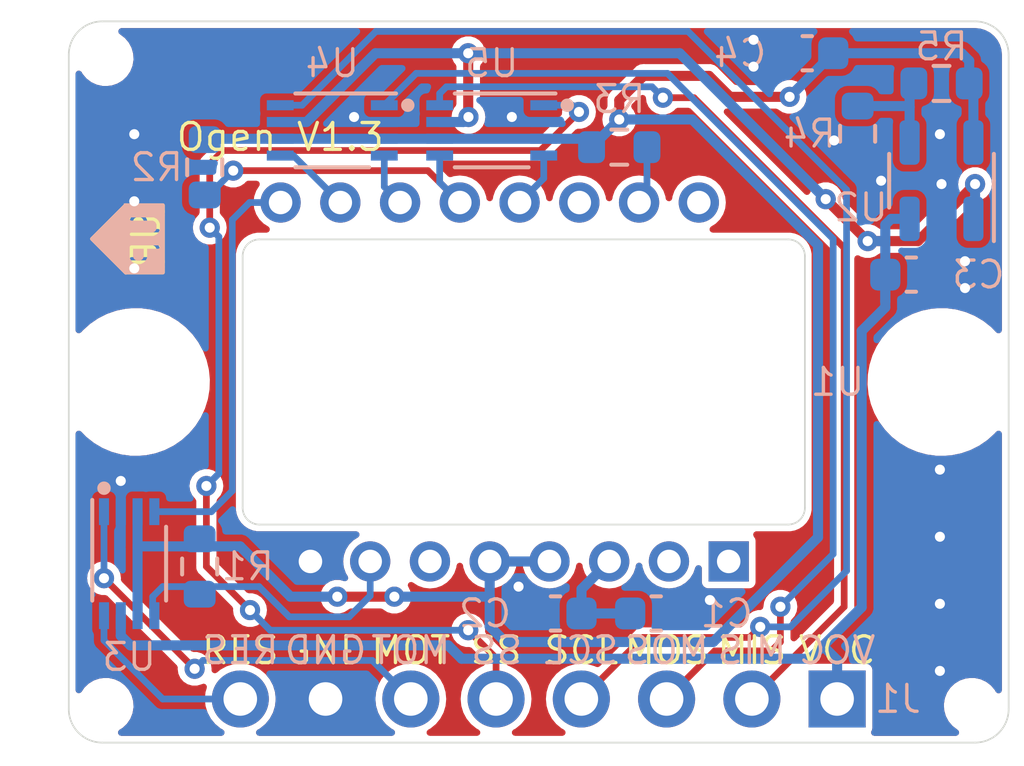
<source format=kicad_pcb>
(kicad_pcb (version 20221018) (generator pcbnew)
  (title_block (title "Ogen PMW3360 Module") (date "2023-08-04") (rev "V1.3") (company "Created by Ariamelon (https://github.com/Ariamelon/Ogen/tree/V1.3)") (comment 1 "Licensed under CC BY 4.0."))
  (layers (0 "F.Cu" signal) (31 "B.Cu" signal) (34 "B.Paste" user) (35 "F.Paste" user) (36 "B.SilkS" user "B.Silkscreen") (37 "F.SilkS" user "F.Silkscreen") (38 "B.Mask" user) (39 "F.Mask" user) (44 "Edge.Cuts" user))
  (net 0 "")
  (net 1 "GND")
  (net 2 "Net-(U1-VDDPIX)")
  (net 3 "VCC")
  (net 4 "NRESET")
  (net 5 "MOT-H")
  (net 6 "SS-H")
  (net 7 "SCLK-H")
  (net 8 "MOSI-H")
  (net 9 "MISO-H")
  (net 10 "MISO")
  (net 11 "MOT")
  (net 12 "SCLK")
  (net 13 "MOSI")
  (net 14 "SS")
  (net 15 "Net-(U1-LED_P)")
  (net 21 "NRESET-H")
  (net 22 "+2V")
  (net 23 "Net-(U2-ADJ)")
  (footprint "Ogen:JLC Tooling Hole" (layer "F.Cu") (at 92.1 55.35)
    (fp_text reference "H3" hide)
    (fp_text value "Tooling Hole" hide)
    (pad "" np_thru_hole circle (at 0 0) (size 1.152 1.152) (drill 1.152) (layers "F&B.Cu" "*.Mask") (clearance 0.074))
  )
  (footprint "Ogen:JLC Tooling Hole" (layer "F.Cu") (at 92.1 74.65)
    (fp_text reference "H4" hide)
    (fp_text value "Tooling Hole" hide)
    (pad "" np_thru_hole circle (at 0 0) (size 1.152 1.152) (drill 1.152) (layers "F&B.Cu" "*.Mask") (clearance 0.074))
  )
  (footprint "Ogen:Ariamelon_Logo-CU" (layer "F.Cu") (at 97.3 55.8)
    (fp_text reference "A1" hide)
    (fp_text value "Art" hide)
  )
  (footprint "Ogen:JLC Tooling Hole" (layer "F.Cu") (at 117.9 74.65)
    (fp_text reference "H5" hide)
    (fp_text value "Tooling Hole" hide)
    (pad "" np_thru_hole circle (at 0 0) (size 1.152 1.152) (drill 1.152) (layers "F&B.Cu" "*.Mask") (clearance 0.074))
  )
  (footprint "Connector_PinHeader_2.54mm:PinHeader_1x08_P2.54mm_Vertical" (layer "B.Cu") (at 105 74.45 90)
    (fp_text reference "J1" (at 0 10.7 unlocked) (layer "B.SilkS") (effects (font (size 0.8 0.8) (thickness 0.1)) (justify mirror)))
    (fp_text value "Input")
    (pad "1" thru_hole rect (at 0 8.89 90) (size 1.7 1.7) (drill 1) (layers "*.Cu" "*.Mask") (net 3 "VCC"))
    (pad "2" thru_hole oval (at 0 6.35 90) (size 1.7 1.7) (drill 1) (layers "*.Cu" "*.Mask") (net 9 "MISO-H"))
    (pad "3" thru_hole oval (at 0 3.81 90) (size 1.7 1.7) (drill 1) (layers "*.Cu" "*.Mask") (net 8 "MOSI-H"))
    (pad "4" thru_hole oval (at 0 1.27 90) (size 1.7 1.7) (drill 1) (layers "*.Cu" "*.Mask") (net 7 "SCLK-H"))
    (pad "5" thru_hole oval (at 0 -1.27 90) (size 1.7 1.7) (drill 1) (layers "*.Cu" "*.Mask") (net 6 "SS-H"))
    (pad "6" thru_hole oval (at 0 -3.81 90) (size 1.7 1.7) (drill 1) (layers "*.Cu" "*.Mask") (net 5 "MOT-H"))
    (pad "7" thru_hole oval (at 0 -6.35 90) (size 1.7 1.7) (drill 1) (layers "*.Cu" "*.Mask") (net 1 "GND"))
    (pad "8" thru_hole oval (at 0 -8.89 90) (size 1.7 1.7) (drill 1) (layers "*.Cu" "*.Mask") (net 21 "NRESET-H"))
  )
  (footprint "Ogen:IC_PMW3360DM-T2QU" (layer "B.Cu") (at 105 65 90)
    (fp_text reference "U1" (at 0 8.9 unlocked) (layer "B.SilkS") (effects (font (size 0.8 0.8) (thickness 0.1)) (justify mirror)))
    (fp_text value "PMW3360DM-T2QU")
    (fp_line (start -4.25 -8.32) (end -4.25 7.43) (stroke (width 0.05)) (layer "Edge.Cuts"))
    (fp_line (start -3.75 -8.82) (end 3.75 -8.82) (stroke (width 0.05)) (layer "Edge.Cuts"))
    (fp_line (start -3.75 7.93) (end 3.75 7.93) (stroke (width 0.05)) (layer "Edge.Cuts"))
    (fp_line (start 4.25 7.43) (end 4.25 -8.32) (stroke (width 0.05)) (layer "Edge.Cuts"))
    (fp_arc (start -4.25 -8.32) (mid -4.103553 -8.673553) (end -3.75 -8.82) (stroke (width 0.05)) (layer "Edge.Cuts"))
    (fp_arc (start -3.75 7.93) (mid -4.103554 7.783554) (end -4.25 7.43) (stroke (width 0.05)) (layer "Edge.Cuts"))
    (fp_arc (start 3.75 -8.82) (mid 4.103553 -8.673553) (end 4.25 -8.32) (stroke (width 0.05)) (layer "Edge.Cuts"))
    (fp_arc (start 4.25 7.43) (mid 4.103553 7.783553) (end 3.75 7.93) (stroke (width 0.05)) (layer "Edge.Cuts"))
    (pad "1" thru_hole rect (at -5.35 5.66 90) (size 1.2 1.2) (drill 0.7) (layers "*.Cu" "*.Mask"))
    (pad "2" thru_hole circle (at -5.35 3.88 90) (size 1.2 1.2) (drill 0.7) (layers "*.Cu" "*.Mask"))
    (pad "3" thru_hole circle (at -5.35 2.1 90) (size 1.2 1.2) (drill 0.7) (layers "*.Cu" "*.Mask") (net 2 "Net-(U1-VDDPIX)"))
    (pad "4" thru_hole circle (at -5.35 0.32 90) (size 1.2 1.2) (drill 0.7) (layers "*.Cu" "*.Mask") (net 22 "+2V"))
    (pad "5" thru_hole circle (at -5.35 -1.46 90) (size 1.2 1.2) (drill 0.7) (layers "*.Cu" "*.Mask") (net 22 "+2V"))
    (pad "6" thru_hole circle (at -5.35 -3.24 90) (size 1.2 1.2) (drill 0.7) (layers "*.Cu" "*.Mask"))
    (pad "7" thru_hole circle (at -5.35 -5.02 90) (size 1.2 1.2) (drill 0.7) (layers "*.Cu" "*.Mask") (net 4 "NRESET"))
    (pad "8" thru_hole circle (at -5.35 -6.8 90) (size 1.2 1.2) (drill 0.7) (layers "*.Cu" "*.Mask") (net 1 "GND"))
    (pad "9" thru_hole circle (at 5.35 -7.69 90) (size 1.2 1.2) (drill 0.7) (layers "*.Cu" "*.Mask") (net 11 "MOT"))
    (pad "10" thru_hole circle (at 5.35 -5.91 90) (size 1.2 1.2) (drill 0.7) (layers "*.Cu" "*.Mask") (net 12 "SCLK"))
    (pad "11" thru_hole circle (at 5.35 -4.13 90) (size 1.2 1.2) (drill 0.7) (layers "*.Cu" "*.Mask") (net 13 "MOSI"))
    (pad "12" thru_hole circle (at 5.35 -2.35 90) (size 1.2 1.2) (drill 0.7) (layers "*.Cu" "*.Mask") (net 10 "MISO"))
    (pad "13" thru_hole circle (at 5.35 -0.57 90) (size 1.2 1.2) (drill 0.7) (layers "*.Cu" "*.Mask") (net 14 "SS"))
    (pad "14" thru_hole circle (at 5.35 1.21 90) (size 1.2 1.2) (drill 0.7) (layers "*.Cu" "*.Mask"))
    (pad "15" thru_hole circle (at 5.35 2.99 90) (size 1.2 1.2) (drill 0.7) (layers "*.Cu" "*.Mask") (net 15 "Net-(U1-LED_P)"))
    (pad "16" thru_hole circle (at 5.35 4.77 90) (size 1.2 1.2) (drill 0.7) (layers "*.Cu" "*.Mask"))
  )
  (footprint "MountingHole:MountingHole_2.2mm_M2" (layer "B.Cu") (at 116.999998 65.000001 90)
    (fp_text reference "H1" hide)
    (fp_text value "M2")
    (pad "" np_thru_hole circle (at 0 0 90) (size 2.2 2.2) (drill 2.2) (layers "*.Cu" "*.Mask"))
  )
  (footprint "MountingHole:MountingHole_2.2mm_M2" (layer "B.Cu") (at 93.000002 64.999999 90)
    (fp_text reference "H2" hide)
    (fp_text value "M2")
    (pad "" np_thru_hole circle (at 0 0 90) (size 2.2 2.2) (drill 2.2) (layers "*.Cu" "*.Mask"))
  )
  (footprint "Ogen:VSSOP-8_2.3x2mm_P0.5mm" (layer "B.Cu") (at 98.85 57.5 180)
    (fp_text reference "U4" (at 0 2 unlocked) (layer "B.SilkS") (effects (font (size 0.8 0.8) (thickness 0.1)) (justify mirror)))
    (fp_text value "TXS0102DCU")
    (fp_line (start 1.1 -1.1) (end -1.1 -1.1) (stroke (width 0.12)) (layer "B.SilkS"))
    (fp_line (start 1.1 1.1) (end -1.9 1.1) (stroke (width 0.12)) (layer "B.SilkS"))
    (fp_circle (center -2.25 0.75) (end -2.15 0.75) (stroke (width 0.2)) (fill none) (layer "B.SilkS"))
    (pad "1" smd rect (at -1.55 0.75 270) (size 0.3 0.8) (layers "B.Cu" "B.Paste" "B.Mask") (net 8 "MOSI-H"))
    (pad "2" smd rect (at -1.55 0.25 270) (size 0.3 0.8) (layers "B.Cu" "B.Paste" "B.Mask") (net 1 "GND"))
    (pad "3" smd rect (at -1.55 -0.25 270) (size 0.3 0.8) (layers "B.Cu" "B.Paste" "B.Mask") (net 22 "+2V"))
    (pad "4" smd rect (at -1.55 -0.75 270) (size 0.3 0.8) (layers "B.Cu" "B.Paste" "B.Mask") (net 13 "MOSI"))
    (pad "5" smd rect (at 1.55 -0.75 270) (size 0.3 0.8) (layers "B.Cu" "B.Paste" "B.Mask") (net 12 "SCLK"))
    (pad "6" smd rect (at 1.55 -0.25 270) (size 0.3 0.8) (layers "B.Cu" "B.Paste" "B.Mask") (net 22 "+2V"))
    (pad "7" smd rect (at 1.55 0.25 270) (size 0.3 0.8) (layers "B.Cu" "B.Paste" "B.Mask") (net 3 "VCC"))
    (pad "8" smd rect (at 1.55 0.75 270) (size 0.3 0.8) (layers "B.Cu" "B.Paste" "B.Mask") (net 7 "SCLK-H"))
  )
  (footprint "Capacitor_SMD:C_0603_1608Metric" (layer "B.Cu") (at 108.5 71.9)
    (fp_text reference "C1" (at 2.1 0 unlocked) (layer "B.SilkS") (effects (font (size 0.8 0.8) (thickness 0.1)) (justify mirror)))
    (fp_text value "4u7")
    (fp_line (start -0.14058 -0.51) (end 0.14058 -0.51) (stroke (width 0.12)) (layer "B.SilkS"))
    (fp_line (start -0.14058 0.51) (end 0.14058 0.51) (stroke (width 0.12)) (layer "B.SilkS"))
    (pad "1" smd roundrect (at -0.775 0) (size 0.9 0.95) (layers "B.Cu" "B.Paste" "B.Mask") (net 2 "Net-(U1-VDDPIX)"))
    (pad "2" smd roundrect (at 0.775 0) (size 0.9 0.95) (layers "B.Cu" "B.Paste" "B.Mask") (net 1 "GND"))
  )
  (footprint "Ogen:VSSOP-8_2.3x2mm_P0.5mm" (layer "B.Cu") (at 92.8 70.416 -90)
    (fp_text reference "U3" (at 2.784 0 unlocked) (layer "B.SilkS") (effects (font (size 0.8 0.8) (thickness 0.1)) (justify mirror)))
    (fp_text value "TXS0102DCU")
    (fp_line (start 1.1 -1.1) (end -1.1 -1.1) (stroke (width 0.12)) (layer "B.SilkS"))
    (fp_line (start 1.1 1.1) (end -1.9 1.1) (stroke (width 0.12)) (layer "B.SilkS"))
    (fp_circle (center -2.25 0.75) (end -2.15 0.75) (stroke (width 0.2)) (fill none) (layer "B.SilkS"))
    (pad "1" smd rect (at -1.55 0.75) (size 0.3 0.8) (layers "B.Cu" "B.Paste" "B.Mask") (net 5 "MOT-H"))
    (pad "2" smd rect (at -1.55 0.25) (size 0.3 0.8) (layers "B.Cu" "B.Paste" "B.Mask") (net 1 "GND"))
    (pad "3" smd rect (at -1.55 -0.25) (size 0.3 0.8) (layers "B.Cu" "B.Paste" "B.Mask") (net 22 "+2V"))
    (pad "4" smd rect (at -1.55 -0.75) (size 0.3 0.8) (layers "B.Cu" "B.Paste" "B.Mask") (net 11 "MOT"))
    (pad "5" smd rect (at 1.55 -0.75) (size 0.3 0.8) (layers "B.Cu" "B.Paste" "B.Mask") (net 4 "NRESET"))
    (pad "6" smd rect (at 1.55 -0.25) (size 0.3 0.8) (layers "B.Cu" "B.Paste" "B.Mask") (net 22 "+2V"))
    (pad "7" smd rect (at 1.55 0.25) (size 0.3 0.8) (layers "B.Cu" "B.Paste" "B.Mask") (net 3 "VCC"))
    (pad "8" smd rect (at 1.55 0.75) (size 0.3 0.8) (layers "B.Cu" "B.Paste" "B.Mask") (net 21 "NRESET-H"))
  )
  (footprint "Capacitor_SMD:C_0603_1608Metric" (layer "B.Cu") (at 116.1 61.8)
    (fp_text reference "C3" (at 2 0 unlocked) (layer "B.SilkS") (effects (font (size 0.8 0.8) (thickness 0.1)) (justify mirror)))
    (fp_text value "1u")
    (fp_line (start -0.14058 -0.51) (end 0.14058 -0.51) (stroke (width 0.12)) (layer "B.SilkS"))
    (fp_line (start -0.14058 0.51) (end 0.14058 0.51) (stroke (width 0.12)) (layer "B.SilkS"))
    (pad "1" smd roundrect (at -0.775 0) (size 0.9 0.95) (layers "B.Cu" "B.Paste" "B.Mask") (net 3 "VCC"))
    (pad "2" smd roundrect (at 0.775 0) (size 0.9 0.95) (layers "B.Cu" "B.Paste" "B.Mask") (net 1 "GND"))
  )
  (footprint "Resistor_SMD:R_0603_1608Metric" (layer "B.Cu") (at 95.05 58.6 -90)
    (fp_text reference "R2" (at 0 1.43 unlocked) (layer "B.SilkS") (effects (font (size 0.8 0.8) (thickness 0.1)) (justify mirror)))
    (fp_text value "10k")
    (fp_line (start -0.237258 -0.5225) (end 0.237258 -0.5225) (stroke (width 0.12)) (layer "B.SilkS"))
    (fp_line (start -0.237258 0.5225) (end 0.237258 0.5225) (stroke (width 0.12)) (layer "B.SilkS"))
    (pad "1" smd roundrect (at -0.825 0 270) (size 0.8 0.95) (layers "B.Cu" "B.Paste" "B.Mask") (net 22 "+2V"))
    (pad "2" smd roundrect (at 0.825 0 270) (size 0.8 0.95) (layers "B.Cu" "B.Paste" "B.Mask") (net 10 "MISO"))
  )
  (footprint "Capacitor_SMD:C_0603_1608Metric" (layer "B.Cu") (at 105.5 71.9)
    (fp_text reference "C2" (at -2.1 0 unlocked) (layer "B.SilkS") (effects (font (size 0.8 0.8) (thickness 0.1)) (justify mirror)))
    (fp_text value "100n")
    (fp_line (start -0.14058 -0.51) (end 0.14058 -0.51) (stroke (width 0.12)) (layer "B.SilkS"))
    (fp_line (start -0.14058 0.51) (end 0.14058 0.51) (stroke (width 0.12)) (layer "B.SilkS"))
    (pad "1" smd roundrect (at -0.775 0) (size 0.9 0.95) (layers "B.Cu" "B.Paste" "B.Mask") (net 1 "GND"))
    (pad "2" smd roundrect (at 0.775 0) (size 0.9 0.95) (layers "B.Cu" "B.Paste" "B.Mask") (net 2 "Net-(U1-VDDPIX)"))
  )
  (footprint "Resistor_SMD:R_0603_1608Metric" (layer "B.Cu") (at 114.5 57.6 -90)
    (fp_text reference "R4" (at 0 1.43 unlocked) (layer "B.SilkS") (effects (font (size 0.8 0.8) (thickness 0.1)) (justify mirror)))
    (fp_text value "10k")
    (fp_line (start -0.237258 -0.5225) (end 0.237258 -0.5225) (stroke (width 0.12)) (layer "B.SilkS"))
    (fp_line (start -0.237258 0.5225) (end 0.237258 0.5225) (stroke (width 0.12)) (layer "B.SilkS"))
    (pad "1" smd roundrect (at -0.825 0 270) (size 0.8 0.95) (layers "B.Cu" "B.Paste" "B.Mask") (net 23 "Net-(U2-ADJ)"))
    (pad "2" smd roundrect (at 0.825 0 270) (size 0.8 0.95) (layers "B.Cu" "B.Paste" "B.Mask") (net 1 "GND"))
  )
  (footprint "Resistor_SMD:R_0603_1608Metric" (layer "B.Cu") (at 107.4 58 180)
    (fp_text reference "R3" (at 0 1.43 unlocked) (layer "B.SilkS") (effects (font (size 0.8 0.8) (thickness 0.1)) (justify mirror)))
    (fp_text value "39")
    (fp_line (start -0.237258 -0.5225) (end 0.237258 -0.5225) (stroke (width 0.12)) (layer "B.SilkS"))
    (fp_line (start -0.237258 0.5225) (end 0.237258 0.5225) (stroke (width 0.12)) (layer "B.SilkS"))
    (pad "1" smd roundrect (at -0.825 0 180) (size 0.8 0.95) (layers "B.Cu" "B.Paste" "B.Mask") (net 15 "Net-(U1-LED_P)"))
    (pad "2" smd roundrect (at 0.825 0 180) (size 0.8 0.95) (layers "B.Cu" "B.Paste" "B.Mask") (net 22 "+2V"))
  )
  (footprint "Package_TO_SOT_SMD:SOT-23-5" (layer "B.Cu") (at 117 59 90)
    (fp_text reference "U2" (at -0.8 -2.4 unlocked) (layer "B.SilkS") (effects (font (size 0.8 0.8) (thickness 0.1)) (justify mirror)))
    (fp_text value "AP2127K-ADJ")
    (fp_line (start 0 -1.56) (end -0.8 -1.56) (stroke (width 0.12)) (layer "B.SilkS"))
    (fp_line (start 0 -1.56) (end 0.8 -1.56) (stroke (width 0.12)) (layer "B.SilkS"))
    (fp_line (start 0 1.56) (end -1.8 1.56) (stroke (width 0.12)) (layer "B.SilkS"))
    (fp_line (start 0 1.56) (end 0.8 1.56) (stroke (width 0.12)) (layer "B.SilkS"))
    (pad "1" smd roundrect (at -1.1375 0.95 90) (size 1.325 0.6) (layers "B.Cu" "B.Paste" "B.Mask") (net 3 "VCC"))
    (pad "2" smd roundrect (at -1.1375 0 90) (size 1.325 0.6) (layers "B.Cu" "B.Paste" "B.Mask") (net 1 "GND"))
    (pad "3" smd roundrect (at -1.1375 -0.95 90) (size 1.325 0.6) (layers "B.Cu" "B.Paste" "B.Mask") (net 3 "VCC"))
    (pad "4" smd roundrect (at 1.1375 -0.95 90) (size 1.325 0.6) (layers "B.Cu" "B.Paste" "B.Mask") (net 23 "Net-(U2-ADJ)"))
    (pad "5" smd roundrect (at 1.1375 0.95 90) (size 1.325 0.6) (layers "B.Cu" "B.Paste" "B.Mask") (net 22 "+2V"))
  )
  (footprint "Ogen:VSSOP-8_2.3x2mm_P0.5mm" (layer "B.Cu") (at 103.6 57.5 180)
    (fp_text reference "U5" (at 0 2 unlocked) (layer "B.SilkS") (effects (font (size 0.8 0.8) (thickness 0.1)) (justify mirror)))
    (fp_text value "TXS0102DCU")
    (fp_line (start 1.1 -1.1) (end -1.1 -1.1) (stroke (width 0.12)) (layer "B.SilkS"))
    (fp_line (start 1.1 1.1) (end -1.9 1.1) (stroke (width 0.12)) (layer "B.SilkS"))
    (fp_circle (center -2.25 0.75) (end -2.15 0.75) (stroke (width 0.2)) (fill none) (layer "B.SilkS"))
    (pad "1" smd rect (at -1.55 0.75 270) (size 0.3 0.8) (layers "B.Cu" "B.Paste" "B.Mask") (net 6 "SS-H"))
    (pad "2" smd rect (at -1.55 0.25 270) (size 0.3 0.8) (layers "B.Cu" "B.Paste" "B.Mask") (net 1 "GND"))
    (pad "3" smd rect (at -1.55 -0.25 270) (size 0.3 0.8) (layers "B.Cu" "B.Paste" "B.Mask") (net 22 "+2V"))
    (pad "4" smd rect (at -1.55 -0.75 270) (size 0.3 0.8) (layers "B.Cu" "B.Paste" "B.Mask") (net 14 "SS"))
    (pad "5" smd rect (at 1.55 -0.75 270) (size 0.3 0.8) (layers "B.Cu" "B.Paste" "B.Mask") (net 10 "MISO"))
    (pad "6" smd rect (at 1.55 -0.25 270) (size 0.3 0.8) (layers "B.Cu" "B.Paste" "B.Mask") (net 22 "+2V"))
    (pad "7" smd rect (at 1.55 0.25 270) (size 0.3 0.8) (layers "B.Cu" "B.Paste" "B.Mask") (net 3 "VCC"))
    (pad "8" smd rect (at 1.55 0.75 270) (size 0.3 0.8) (layers "B.Cu" "B.Paste" "B.Mask") (net 9 "MISO-H"))
  )
  (footprint "Resistor_SMD:R_0603_1608Metric" (layer "B.Cu") (at 117 56.1 180)
    (fp_text reference "R5" (at 0 1.1 unlocked) (layer "B.SilkS") (effects (font (size 0.8 0.8) (thickness 0.1)) (justify mirror)))
    (fp_text value "15k")
    (fp_line (start -0.237258 -0.5225) (end 0.237258 -0.5225) (stroke (width 0.12)) (layer "B.SilkS"))
    (fp_line (start -0.237258 0.5225) (end 0.237258 0.5225) (stroke (width 0.12)) (layer "B.SilkS"))
    (pad "1" smd roundrect (at -0.825 0 180) (size 0.8 0.95) (layers "B.Cu" "B.Paste" "B.Mask") (net 22 "+2V"))
    (pad "2" smd roundrect (at 0.825 0 180) (size 0.8 0.95) (layers "B.Cu" "B.Paste" "B.Mask") (net 23 "Net-(U2-ADJ)"))
  )
  (footprint "Capacitor_SMD:C_0603_1608Metric" (layer "B.Cu") (at 113 55.2 180)
    (fp_text reference "C4" (at 2 0 unlocked) (layer "B.SilkS") (effects (font (size 0.8 0.8) (thickness 0.1)) (justify mirror)))
    (fp_text value "1u")
    (fp_line (start -0.14058 -0.51) (end 0.14058 -0.51) (stroke (width 0.12)) (layer "B.SilkS"))
    (fp_line (start -0.14058 0.51) (end 0.14058 0.51) (stroke (width 0.12)) (layer "B.SilkS"))
    (pad "1" smd roundrect (at -0.775 0 180) (size 0.9 0.95) (layers "B.Cu" "B.Paste" "B.Mask") (net 22 "+2V"))
    (pad "2" smd roundrect (at 0.775 0 180) (size 0.9 0.95) (layers "B.Cu" "B.Paste" "B.Mask") (net 1 "GND"))
  )
  (footprint "Resistor_SMD:R_0603_1608Metric" (layer "B.Cu") (at 94.9 70.5 90)
    (fp_text reference "R1" (at 0 1.43 unlocked) (layer "B.SilkS") (effects (font (size 0.8 0.8) (thickness 0.1)) (justify mirror)))
    (fp_text value "10k")
    (fp_line (start -0.237258 -0.5225) (end 0.237258 -0.5225) (stroke (width 0.12)) (layer "B.SilkS"))
    (fp_line (start -0.237258 0.5225) (end 0.237258 0.5225) (stroke (width 0.12)) (layer "B.SilkS"))
    (pad "1" smd roundrect (at -0.825 0 90) (size 0.8 0.95) (layers "B.Cu" "B.Paste" "B.Mask") (net 4 "NRESET"))
    (pad "2" smd roundrect (at 0.825 0 90) (size 0.8 0.95) (layers "B.Cu" "B.Paste" "B.Mask") (net 22 "+2V"))
  )
  (gr_poly (pts (xy 92.700001 61.733997) (xy 92.700001 59.733997) (xy 91.7 60.733997)) (stroke (width 0.12)) (fill solid) (layer "B.SilkS"))
  (gr_rect (start 92.700001 59.733997) (end 93.800001 60.033997) (stroke (width 0.12)) (fill solid) (layer "B.SilkS"))
  (gr_rect (start 92.700001 61.567997) (end 93.800001 61.733997) (stroke (width 0.12)) (fill solid) (layer "B.SilkS"))
  (gr_poly (pts (xy 92.7 61.733998) (xy 92.699999 59.733998) (xy 91.699998 60.733997)) (stroke (width 0.12)) (fill solid) (layer "B.SilkS"))
  (gr_line (start 93.800001 60.033997) (end 93.800001 61.567997) (stroke (width 0.12)) (layer "B.SilkS"))
  (gr_poly (pts (xy 92.700001 59.733999) (xy 92.700001 61.733999) (xy 91.699999 60.734)) (stroke (width 0.12)) (fill solid) (layer "F.SilkS"))
  (gr_poly (pts (xy 93.8 61.434) (xy 92.7 61.433999) (xy 92.699999 61.734) (xy 93.8 61.734)) (stroke (width 0.12)) (fill solid) (layer "F.SilkS"))
  (gr_poly (pts (xy 93.8 59.734) (xy 92.7 59.734) (xy 92.699999 59.9) (xy 93.8 59.9)) (stroke (width 0.12)) (fill solid) (layer "F.SilkS"))
  (gr_line (start 93.8 59.9) (end 93.8 61.434) (stroke (width 0.12)) (layer "F.SilkS"))
  (gr_poly (pts (xy 92.7 59.734) (xy 92.699999 61.734) (xy 91.699999 60.734)) (stroke (width 0.12)) (fill solid) (layer "F.SilkS"))
  (gr_arc (start 92 75.75) (mid 91.292893 75.457107) (end 91 74.75) (stroke (width 0.05)) (layer "Edge.Cuts"))
  (gr_line (start 92 75.75) (end 118 75.75) (stroke (width 0.05)) (layer "Edge.Cuts"))
  (gr_line (start 119 74.75) (end 119 55.25) (stroke (width 0.05)) (layer "Edge.Cuts"))
  (gr_line (start 118 54.25) (end 92 54.25) (stroke (width 0.05)) (layer "Edge.Cuts"))
  (gr_arc (start 118 54.25) (mid 118.707107 54.542893) (end 119 55.25) (stroke (width 0.05)) (layer "Edge.Cuts"))
  (gr_arc (start 119 74.75) (mid 118.707107 75.457107) (end 118 75.75) (stroke (width 0.05)) (layer "Edge.Cuts"))
  (gr_arc (start 91 55.25) (mid 91.292893 54.542893) (end 92 54.25) (stroke (width 0.05)) (layer "Edge.Cuts"))
  (gr_line (start 91 55.25) (end 91 74.75) (stroke (width 0.05)) (layer "Edge.Cuts"))
  (gr_text "UP" (at 93.300001 60.767997 90) (layer "B.SilkS" knockout) (effects (font (size 0.8 0.8) (thickness 0.1)) (justify mirror)))
  (gr_text "VCC" (at 113.89 73) (layer "B.SilkS") (effects (font (size 0.8 0.8) (thickness 0.1)) (justify mirror)))
  (gr_text "GND" (at 98.65 73) (layer "B.SilkS") (effects (font (size 0.8 0.8) (thickness 0.1)) (justify mirror)))
  (gr_text "SCL" (at 106.27 73) (layer "B.SilkS") (effects (font (size 0.8 0.8) (thickness 0.1)) (justify mirror)))
  (gr_text "RES" (at 96.11 73) (layer "B.SilkS") (effects (font (size 0.8 0.8) (thickness 0.1)) (justify mirror)))
  (gr_text "SS" (at 103.75 73) (layer "B.SilkS") (effects (font (size 0.8 0.8) (thickness 0.1)) (justify mirror)))
  (gr_text "MIS" (at 111.35 73) (layer "B.SilkS") (effects (font (size 0.8 0.8) (thickness 0.1)) (justify mirror)))
  (gr_text "MOS" (at 108.81 73) (layer "B.SilkS") (effects (font (size 0.8 0.8) (thickness 0.1)) (justify mirror)))
  (gr_text "MOT" (at 101.19 73) (layer "B.SilkS") (effects (font (size 0.8 0.8) (thickness 0.1)) (justify mirror)))
  (gr_text "MOT" (at 101.19 73) (layer "F.SilkS") (effects (font (size 0.8 0.8) (thickness 0.1))))
  (gr_text "SCL" (at 106.27 73) (layer "F.SilkS") (effects (font (size 0.8 0.8) (thickness 0.1))))
  (gr_text "MOS" (at 108.81 73) (layer "F.SilkS") (effects (font (size 0.8 0.8) (thickness 0.1))))
  (gr_text "SS" (at 103.73 73) (layer "F.SilkS") (effects (font (size 0.8 0.8) (thickness 0.1))))
  (gr_text "Ogen V1.3" (at 97.3 57.7) (layer "F.SilkS") (effects (font (size 0.8 0.8) (thickness 0.1))))
  (gr_text "UP" (at 93.3 60.7 90) (layer "F.SilkS" knockout) (effects (font (size 0.8 0.8) (thickness 0.1))))
  (gr_text "VCC" (at 113.89 73) (layer "F.SilkS") (effects (font (size 0.8 0.8) (thickness 0.1))))
  (gr_text "MIS" (at 111.35 73) (layer "F.SilkS") (effects (font (size 0.8 0.8) (thickness 0.1))))
  (gr_text "GND" (at 98.65 73) (layer "F.SilkS") (effects (font (size 0.8 0.8) (thickness 0.1))))
  (gr_text "RES" (at 96.11 73) (layer "F.SilkS") (effects (font (size 0.8 0.8) (thickness 0.1))))
  (via (at 111.4 55.6) (size 0.6) (drill 0.3) (layers "F.Cu" "B.Cu") (net 1))
  (via (at 111.4 54.8) (size 0.6) (drill 0.3) (layers "F.Cu" "B.Cu") (net 1))
  (via (at 110.1 71.5) (size 0.6) (drill 0.3) (layers "F.Cu" "B.Cu") (net 1))
  (via (at 92.951752 57.613095) (size 0.6) (drill 0.3) (layers "F.Cu" "B.Cu") (net 1))
  (via (at 116.951752 73.613095) (size 0.6) (drill 0.3) (layers "F.Cu" "B.Cu") (net 1))
  (via (at 117 59.1) (size 0.6) (drill 0.3) (layers "F.Cu" "B.Cu") (net 1))
  (via (at 116.951752 71.613095) (size 0.6) (drill 0.3) (layers "F.Cu" "B.Cu") (net 1))
  (via (at 117.7 61.4) (size 0.6) (drill 0.3) (layers "F.Cu" "B.Cu") (net 1))
  (via (at 104.4 71.1) (size 0.6) (drill 0.3) (layers "F.Cu" "B.Cu") (net 1))
  (via (at 117.7 62.2) (size 0.6) (drill 0.3) (layers "F.Cu" "B.Cu") (net 1))
  (via (at 99.5 57.1005) (size 0.6) (drill 0.3) (layers "F.Cu" "B.Cu") (net 1))
  (via (at 92.951752 61.613095) (size 0.6) (drill 0.3) (layers "F.Cu" "B.Cu") (net 1))
  (via (at 92.55 67.95) (size 0.6) (drill 0.3) (layers "F.Cu" "B.Cu") (net 1))
  (via (at 116.951752 57.613095) (size 0.6) (drill 0.3) (layers "F.Cu" "B.Cu") (net 1))
  (via (at 115.2 59) (size 0.6) (drill 0.3) (layers "F.Cu" "B.Cu") (net 1))
  (via (at 116.951752 69.613095) (size 0.6) (drill 0.3) (layers "F.Cu" "B.Cu") (net 1))
  (via (at 92.951752 59.613095) (size 0.6) (drill 0.3) (layers "F.Cu" "B.Cu") (net 1))
  (via (at 113.8 57.8) (size 0.6) (drill 0.3) (layers "F.Cu" "B.Cu") (net 1))
  (via (at 104.2 57.1) (size 0.6) (drill 0.3) (layers "F.Cu" "B.Cu") (net 1))
  (via (at 116.951752 67.613095) (size 0.6) (drill 0.3) (layers "F.Cu" "B.Cu") (net 1))
  (segment (start 106.275 71.9) (end 106.275 71.175) (width 0.3) (layer "B.Cu") (net 2))
  (segment (start 106.275 71.175) (end 107.1 70.35) (width 0.3) (layer "B.Cu") (net 2))
  (segment (start 106.275 71.9) (end 107.725 71.9) (width 0.3) (layer "B.Cu") (net 2))
  (segment (start 116.3 60.8) (end 118 59.1) (width 0.3) (layer "F.Cu") (net 3))
  (segment (start 114.8 60.8) (end 113.55 59.55) (width 0.3) (layer "F.Cu") (net 3))
  (segment (start 102.9 55.2) (end 102.9 57.093558) (width 0.3) (layer "F.Cu") (net 3))
  (segment (start 102.9 57.093558) (end 102.907326 57.100884) (width 0.3) (layer "F.Cu") (net 3))
  (segment (start 114.8 60.8) (end 116.3 60.8) (width 0.3) (layer "F.Cu") (net 3))
  (via (at 102.907326 57.100884) (size 0.6) (drill 0.3) (layers "F.Cu" "B.Cu") (net 3))
  (via (at 102.9 55.2) (size 0.6) (drill 0.3) (layers "F.Cu" "B.Cu") (net 3))
  (via (at 114.8 60.8) (size 0.6) (drill 0.3) (layers "F.Cu" "B.Cu") (net 3))
  (via (at 113.55 59.55) (size 0.6) (drill 0.3) (layers "F.Cu" "B.Cu") (net 3))
  (via (at 118 59.1) (size 0.6) (drill 0.3) (layers "F.Cu" "B.Cu") (net 3))
  (segment (start 113.468198 72.868198) (end 114.62175 71.714646) (width 0.3) (layer "B.Cu") (net 3))
  (segment (start 113.89 73.29) (end 113.468198 72.868198) (width 0.3) (layer "B.Cu") (net 3))
  (segment (start 109.2 55.2) (end 113.55 59.55) (width 0.3) (layer "B.Cu") (net 3))
  (segment (start 115.5 60.1375) (end 116.05 60.1375) (width 0.3) (layer "B.Cu") (net 3))
  (segment (start 118 59.1) (end 118 60.0875) (width 0.3) (layer "B.Cu") (net 3))
  (segment (start 115.325 60.8) (end 115.325 60.3125) (width 0.3) (layer "B.Cu") (net 3))
  (segment (start 102.702261 73.25) (end 102.30275 72.850489) (width 0.3) (layer "B.Cu") (net 3))
  (segment (start 114.62175 71.714646) (end 114.62175 63.47825) (width 0.3) (layer "B.Cu") (net 3))
  (segment (start 115.325 60.3125) (end 115.5 60.1375) (width 0.3) (layer "B.Cu") (net 3))
  (segment (start 115.325 62.775) (end 115.325 62.6) (width 0.3) (layer "B.Cu") (net 3))
  (segment (start 100.136396 55.2) (end 98.086396 57.25) (width 0.3) (layer "B.Cu") (net 3))
  (segment (start 115.325 62.6) (end 115.325 61.8) (width 0.3) (layer "B.Cu") (net 3))
  (segment (start 98.086396 57.25) (end 97.3 57.25) (width 0.3) (layer "B.Cu") (net 3))
  (segment (start 118 60.0875) (end 117.95 60.1375) (width 0.3) (layer "B.Cu") (net 3))
  (segment (start 102.9 55.2) (end 100.136396 55.2) (width 0.3) (layer "B.Cu") (net 3))
  (segment (start 92.834978 72.850489) (end 92.55 72.565511) (width 0.3) (layer "B.Cu") (net 3))
  (segment (start 114.8 60.8) (end 115.325 60.8) (width 0.3) (layer "B.Cu") (net 3))
  (segment (start 115.325 62.6) (end 115.325 60.8) (width 0.3) (layer "B.Cu") (net 3))
  (segment (start 113.468198 72.868198) (end 113.086396 73.25) (width 0.3) (layer "B.Cu") (net 3))
  (segment (start 102.75821 57.25) (end 102.907326 57.100884) (width 0.3) (layer "B.Cu") (net 3))
  (segment (start 102.05 57.25) (end 102.75821 57.25) (width 0.3) (layer "B.Cu") (net 3))
  (segment (start 113.89 74.45) (end 113.89 73.29) (width 0.3) (layer "B.Cu") (net 3))
  (segment (start 102.9 55.2) (end 109.2 55.2) (width 0.3) (layer "B.Cu") (net 3))
  (segment (start 113.086396 73.25) (end 102.702261 73.25) (width 0.3) (layer "B.Cu") (net 3))
  (segment (start 114.62175 63.47825) (end 115.325 62.775) (width 0.3) (layer "B.Cu") (net 3))
  (segment (start 92.55 72.565511) (end 92.55 71.966) (width 0.3) (layer "B.Cu") (net 3))
  (segment (start 102.30275 72.850489) (end 92.834978 72.850489) (width 0.3) (layer "B.Cu") (net 3))
  (segment (start 99.350982 72.000489) (end 99.98 71.371471) (width 0.2) (layer "B.Cu") (net 4))
  (segment (start 93.5 71.4) (end 93.8 71.1) (width 0.2) (layer "B.Cu") (net 4))
  (segment (start 96.669604 71.1) (end 97.570093 72.000489) (width 0.2) (layer "B.Cu") (net 4))
  (segment (start 93.8 71.1) (end 96.669604 71.1) (width 0.2) (layer "B.Cu") (net 4))
  (segment (start 93.5 71.966) (end 93.5 71.4) (width 0.2) (layer "B.Cu") (net 4))
  (segment (start 97.570093 72.000489) (end 99.350982 72.000489) (width 0.2) (layer "B.Cu") (net 4))
  (segment (start 99.98 71.371471) (end 99.98 70.35) (width 0.2) (layer "B.Cu") (net 4))
  (segment (start 92.05 70.85) (end 94.75 73.55) (width 0.2) (layer "F.Cu") (net 5))
  (segment (start 94.75 73.55) (end 94.75 73.494) (width 0.2) (layer "F.Cu") (net 5))
  (segment (start 94.75 73.55) (end 94.75 73.5) (width 0.2) (layer "F.Cu") (net 5))
  (via (at 94.75 73.55) (size 0.6) (drill 0.3) (layers "F.Cu" "B.Cu") (net 5))
  (via (at 92.05 70.85) (size 0.6) (drill 0.3) (layers "F.Cu" "B.Cu") (net 5))
  (segment (start 95.187511 73.300489) (end 94.999511 73.300489) (width 0.2) (layer "B.Cu") (net 5))
  (segment (start 95.187511 73.300489) (end 100.040489 73.300489) (width 0.2) (layer "B.Cu") (net 5))
  (segment (start 92.05 68.866) (end 92.05 70.85) (width 0.2) (layer "B.Cu") (net 5))
  (segment (start 100.040489 73.300489) (end 101.19 74.45) (width 0.2) (layer "B.Cu") (net 5))
  (segment (start 94.999511 73.300489) (end 94.75 73.55) (width 0.2) (layer "B.Cu") (net 5))
  (segment (start 106.2 56.95) (end 105.05 58.1) (width 0.2) (layer "F.Cu") (net 6))
  (segment (start 95.6 58.1) (end 95.2 58.5) (width 0.2) (layer "F.Cu") (net 6))
  (segment (start 95.1 68.1) (end 95.1 70.5) (width 0.2) (layer "F.Cu") (net 6))
  (segment (start 103.73 73.23) (end 102.9 72.4) (width 0.2) (layer "F.Cu") (net 6))
  (segment (start 95.2 58.5) (end 95.2 60.4) (width 0.2) (layer "F.Cu") (net 6))
  (segment (start 95.1 70.5) (end 96.4 71.8) (width 0.2) (layer "F.Cu") (net 6))
  (segment (start 105.05 58.1) (end 95.6 58.1) (width 0.2) (layer "F.Cu") (net 6))
  (segment (start 103.73 74.45) (end 103.73 73.23) (width 0.2) (layer "F.Cu") (net 6))
  (via (at 95.1 68.1) (size 0.6) (drill 0.3) (layers "F.Cu" "B.Cu") (net 6))
  (via (at 102.9 72.4) (size 0.6) (drill 0.3) (layers "F.Cu" "B.Cu") (net 6))
  (via (at 106.2 56.95) (size 0.6) (drill 0.3) (layers "F.Cu" "B.Cu") (net 6))
  (via (at 95.2 60.4) (size 0.6) (drill 0.3) (layers "F.Cu" "B.Cu") (net 6))
  (via (at 96.4 71.8) (size 0.6) (drill 0.3) (layers "F.Cu" "B.Cu") (net 6))
  (segment (start 106 56.75) (end 106.2 56.95) (width 0.2) (layer "B.Cu") (net 6))
  (segment (start 102.899511 72.400489) (end 97.000489 72.400489) (width 0.2) (layer "B.Cu") (net 6))
  (segment (start 95.47175 60.67175) (end 95.47175 67.72825) (width 0.2) (layer "B.Cu") (net 6))
  (segment (start 95.2 60.4) (end 95.47175 60.67175) (width 0.2) (layer "B.Cu") (net 6))
  (segment (start 102.9 72.4) (end 102.899511 72.400489) (width 0.2) (layer "B.Cu") (net 6))
  (segment (start 97.000489 72.400489) (end 96.4 71.8) (width 0.2) (layer "B.Cu") (net 6))
  (segment (start 95.47175 67.72825) (end 95.1 68.1) (width 0.2) (layer "B.Cu") (net 6))
  (segment (start 105.15 56.75) (end 106 56.75) (width 0.2) (layer "B.Cu") (net 6))
  (segment (start 108.104 72.616) (end 106.27 74.45) (width 0.2) (layer "F.Cu") (net 7))
  (segment (start 111.6 72.3) (end 111.284 72.616) (width 0.2) (layer "F.Cu") (net 7))
  (segment (start 111.284 72.616) (end 108.104 72.616) (width 0.2) (layer "F.Cu") (net 7))
  (via (at 111.6 72.3) (size 0.6) (drill 0.3) (layers "F.Cu" "B.Cu") (net 7))
  (segment (start 111.6 72.3) (end 112.5 72.3) (width 0.2) (layer "B.Cu") (net 7))
  (segment (start 109.45 54.55) (end 100.15 54.55) (width 0.2) (layer "B.Cu") (net 7))
  (segment (start 100.15 54.55) (end 97.95 56.75) (width 0.2) (layer "B.Cu") (net 7))
  (segment (start 114.17175 70.62825) (end 114.17175 59.27175) (width 0.2) (layer "B.Cu") (net 7))
  (segment (start 114.17175 59.27175) (end 109.45 54.55) (width 0.2) (layer "B.Cu") (net 7))
  (segment (start 112.5 72.3) (end 114.17175 70.62825) (width 0.2) (layer "B.Cu") (net 7))
  (segment (start 97.95 56.75) (end 97.3 56.75) (width 0.2) (layer "B.Cu") (net 7))
  (segment (start 110.244 73.016) (end 108.81 74.45) (width 0.2) (layer "F.Cu") (net 8))
  (segment (start 112.2 72.748529) (end 111.932529 73.016) (width 0.2) (layer "F.Cu") (net 8))
  (segment (start 111.932529 73.016) (end 110.244 73.016) (width 0.2) (layer "F.Cu") (net 8))
  (segment (start 112.2 71.7) (end 112.2 72.748529) (width 0.2) (layer "F.Cu") (net 8))
  (via (at 112.2 71.7) (size 0.6) (drill 0.3) (layers "F.Cu" "B.Cu") (net 8))
  (segment (start 101.35 55.8) (end 100.4 56.75) (width 0.2) (layer "B.Cu") (net 8))
  (segment (start 113.77175 70.12825) (end 113.77175 60.735354) (width 0.2) (layer "B.Cu") (net 8))
  (segment (start 108.836396 55.8) (end 101.35 55.8) (width 0.2) (layer "B.Cu") (net 8))
  (segment (start 112.2 71.7) (end 113.77175 70.12825) (width 0.2) (layer "B.Cu") (net 8))
  (segment (start 113.77175 60.735354) (end 108.836396 55.8) (width 0.2) (layer "B.Cu") (net 8))
  (segment (start 114.1 61) (end 114.1 71.7) (width 0.2) (layer "F.Cu") (net 9))
  (segment (start 114.1 71.7) (end 111.35 74.45) (width 0.2) (layer "F.Cu") (net 9))
  (segment (start 109.6255 56.5255) (end 114.1 61) (width 0.2) (layer "F.Cu") (net 9))
  (segment (start 108.7 56.5255) (end 109.6255 56.5255) (width 0.2) (layer "F.Cu") (net 9))
  (via (at 108.7 56.5255) (size 0.6) (drill 0.3) (layers "F.Cu" "B.Cu") (net 9))
  (segment (start 108.3745 56.2) (end 102.25 56.2) (width 0.2) (layer "B.Cu") (net 9))
  (segment (start 108.7 56.5255) (end 108.3745 56.2) (width 0.2) (layer "B.Cu") (net 9))
  (segment (start 102.05 56.4) (end 102.05 56.75) (width 0.2) (layer "B.Cu") (net 9))
  (segment (start 102.25 56.2) (end 102.05 56.4) (width 0.2) (layer "B.Cu") (net 9))
  (segment (start 95.9 58.7) (end 101.7 58.7) (width 0.2) (layer "F.Cu") (net 10))
  (segment (start 101.7 58.7) (end 102.65 59.65) (width 0.2) (layer "F.Cu") (net 10))
  (via (at 95.9 58.7) (size 0.6) (drill 0.3) (layers "F.Cu" "B.Cu") (net 10))
  (segment (start 95.175 59.425) (end 95.9 58.7) (width 0.2) (layer "B.Cu") (net 10))
  (segment (start 102.05 58.25) (end 102.05 59.05) (width 0.2) (layer "B.Cu") (net 10))
  (segment (start 102.05 59.05) (end 102.65 59.65) (width 0.2) (layer "B.Cu") (net 10))
  (segment (start 95.87175 68.244068) (end 95.87175 60.166) (width 0.2) (layer "B.Cu") (net 11))
  (segment (start 95.249818 68.866) (end 95.87175 68.244068) (width 0.2) (layer "B.Cu") (net 11))
  (segment (start 95.87175 60.166) (end 96.38775 59.65) (width 0.2) (layer "B.Cu") (net 11))
  (segment (start 93.5 68.866) (end 95.249818 68.866) (width 0.2) (layer "B.Cu") (net 11))
  (segment (start 96.38775 59.65) (end 97.31 59.65) (width 0.2) (layer "B.Cu") (net 11))
  (segment (start 99.09 59.65) (end 97.69 58.25) (width 0.2) (layer "B.Cu") (net 12))
  (segment (start 97.69 58.25) (end 97.3 58.25) (width 0.2) (layer "B.Cu") (net 12))
  (segment (start 100.4 58.25) (end 100.4 59.18) (width 0.2) (layer "B.Cu") (net 13))
  (segment (start 100.4 59.18) (end 100.87 59.65) (width 0.2) (layer "B.Cu") (net 13))
  (segment (start 105.15 58.93) (end 104.43 59.65) (width 0.2) (layer "B.Cu") (net 14))
  (segment (start 105.15 58.25) (end 105.15 58.93) (width 0.2) (layer "B.Cu") (net 14))
  (segment (start 108.225 59.415) (end 107.99 59.65) (width 0.2) (layer "B.Cu") (net 15))
  (segment (start 108.225 58) (end 108.225 59.415) (width 0.2) (layer "B.Cu") (net 15))
  (segment (start 92.05 71.966) (end 92.05 72.701907) (width 0.2) (layer "B.Cu") (net 21))
  (segment (start 93.798093 74.45) (end 96.11 74.45) (width 0.2) (layer "B.Cu") (net 21))
  (segment (start 92.05 72.701907) (end 93.798093 74.45) (width 0.2) (layer "B.Cu") (net 21))
  (segment (start 107.4 56.6) (end 107.4 57.175) (width 0.3) (layer "F.Cu") (net 22))
  (segment (start 110.0755 55.8755) (end 108.1245 55.8755) (width 0.3) (layer "F.Cu") (net 22))
  (segment (start 112.475 56.5) (end 110.7 56.5) (width 0.3) (layer "F.Cu") (net 22))
  (segment (start 99 71.4) (end 100.7 71.4) (width 0.3) (layer "F.Cu") (net 22))
  (segment (start 108.1245 55.8755) (end 107.4 56.6) (width 0.3) (layer "F.Cu") (net 22))
  (segment (start 110.7 56.5) (end 110.0755 55.8755) (width 0.3) (layer "F.Cu") (net 22))
  (via (at 112.475 56.5) (size 0.6) (drill 0.3) (layers "F.Cu" "B.Cu") (net 22))
  (via (at 100.7 71.4) (size 0.6) (drill 0.3) (layers "F.Cu" "B.Cu") (net 22))
  (via (at 107.4 57.175) (size 0.6) (drill 0.3) (layers "F.Cu" "B.Cu") (net 22))
  (via (at 99 71.4) (size 0.6) (drill 0.3) (layers "F.Cu" "B.Cu") (net 22))
  (segment (start 117.95 56.225) (end 117.825 56.1) (width 0.3) (layer "B.Cu") (net 22))
  (segment (start 113.32175 69.62825) (end 113.32175 60.92175) (width 0.3) (layer "B.Cu") (net 22))
  (segment (start 105.15 57.75) (end 106.325 57.75) (width 0.3) (layer "B.Cu") (net 22))
  (segment (start 102.05 57.75) (end 105.15 57.75) (width 0.3) (layer "B.Cu") (net 22))
  (segment (start 109.575 57.175) (end 107.4 57.175) (width 0.3) (layer "B.Cu") (net 22))
  (segment (start 100.4 57.75) (end 97.3 57.75) (width 0.3) (layer "B.Cu") (net 22))
  (segment (start 96.106 69.9) (end 93.05 69.9) (width 0.3) (layer "B.Cu") (net 22))
  (segment (start 117.95 57.8625) (end 117.95 56.225) (width 0.3) (layer "B.Cu") (net 22))
  (segment (start 103.54 71.4) (end 103.54 72.284) (width 0.3) (layer "B.Cu") (net 22))
  (segment (start 113.32175 60.92175) (end 109.575 57.175) (width 0.3) (layer "B.Cu") (net 22))
  (segment (start 103.54 71.4) (end 103.54 70.35) (width 0.3) (layer "B.Cu") (net 22))
  (segment (start 100.4 57.75) (end 102.05 57.75) (width 0.3) (layer "B.Cu") (net 22))
  (segment (start 95.075 57.75) (end 95.05 57.775) (width 0.3) (layer "B.Cu") (net 22))
  (segment (start 99 71.4) (end 97.606 71.4) (width 0.3) (layer "B.Cu") (net 22))
  (segment (start 117.6 55.2) (end 117.825 55.425) (width 0.3) (layer "B.Cu") (net 22))
  (segment (start 110.2 72.75) (end 113.32175 69.62825) (width 0.3) (layer "B.Cu") (net 22))
  (segment (start 97.606 71.4) (end 96.106 69.9) (width 0.3) (layer "B.Cu") (net 22))
  (segment (start 112.475 56.5) (end 113.775 55.2) (width 0.3) (layer "B.Cu") (net 22))
  (segment (start 103.54 70.35) (end 105.32 70.35) (width 0.3) (layer "B.Cu") (net 22))
  (segment (start 100.7 71.4) (end 103.54 71.4) (width 0.3) (layer "B.Cu") (net 22))
  (segment (start 106.325 57.75) (end 106.575 58) (width 0.3) (layer "B.Cu") (net 22))
  (segment (start 117.6 55.2) (end 113.775 55.2) (width 0.3) (layer "B.Cu") (net 22))
  (segment (start 93.05 71.966) (end 93.05 69.9) (width 0.3) (layer "B.Cu") (net 22))
  (segment (start 104.006 72.75) (end 110.2 72.75) (width 0.3) (layer "B.Cu") (net 22))
  (segment (start 103.54 72.284) (end 104.006 72.75) (width 0.3) (layer "B.Cu") (net 22))
  (segment (start 93.05 69.9) (end 93.05 68.866) (width 0.3) (layer "B.Cu") (net 22))
  (segment (start 117.825 55.425) (end 117.825 56.1) (width 0.3) (layer "B.Cu") (net 22))
  (segment (start 97.3 57.75) (end 95.075 57.75) (width 0.3) (layer "B.Cu") (net 22))
  (segment (start 107.4 57.175) (end 106.575 58) (width 0.3) (layer "B.Cu") (net 22))
  (segment (start 114.5 56.775) (end 116.025 56.775) (width 0.3) (layer "B.Cu") (net 23))
  (segment (start 116.05 56.8) (end 116.05 56.225) (width 0.3) (layer "B.Cu") (net 23))
  (segment (start 116.05 56.225) (end 116.175 56.1) (width 0.3) (layer "B.Cu") (net 23))
  (segment (start 116.05 57.8625) (end 116.05 56.8) (width 0.3) (layer "B.Cu") (net 23))
  (segment (start 116.025 56.775) (end 116.05 56.8) (width 0.3) (layer "B.Cu") (net 23))
  (zone (net 1) (net_name "GND") (layers "F&B.Cu") (connect_pads yes (clearance 0.2)) (min_thickness 0.2) (fill yes (thermal_gap 0.2) (thermal_bridge_width 0.5))
    (polygon (pts (xy 90.7 54.265994) (xy 90.699998 75.766) (xy 119.149998 75.765998) (xy 119.150002 54.265997)))
  )
)
</source>
